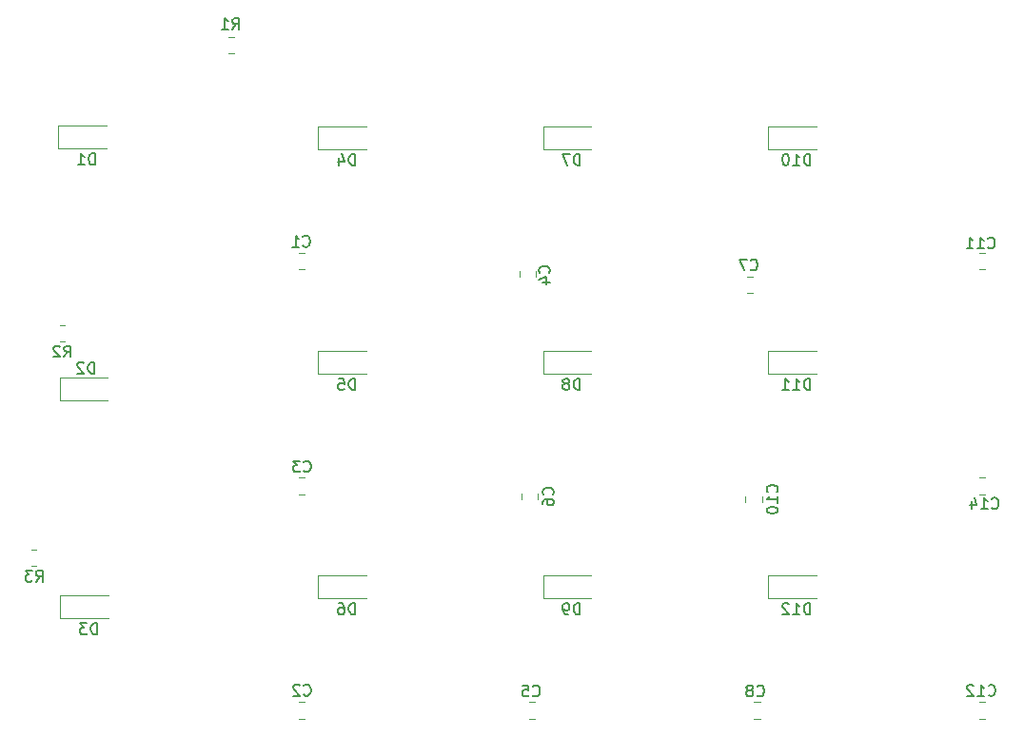
<source format=gbr>
%TF.GenerationSoftware,KiCad,Pcbnew,(6.0.0)*%
%TF.CreationDate,2022-04-21T22:47:23+02:00*%
%TF.ProjectId,keyboard_v1.0,6b657962-6f61-4726-945f-76312e302e6b,rev?*%
%TF.SameCoordinates,Original*%
%TF.FileFunction,Legend,Bot*%
%TF.FilePolarity,Positive*%
%FSLAX46Y46*%
G04 Gerber Fmt 4.6, Leading zero omitted, Abs format (unit mm)*
G04 Created by KiCad (PCBNEW (6.0.0)) date 2022-04-21 22:47:23*
%MOMM*%
%LPD*%
G01*
G04 APERTURE LIST*
%ADD10C,0.150000*%
%ADD11C,0.120000*%
G04 APERTURE END LIST*
D10*
%TO.C,C1*%
X66101666Y-82120142D02*
X66149285Y-82167761D01*
X66292142Y-82215380D01*
X66387380Y-82215380D01*
X66530238Y-82167761D01*
X66625476Y-82072523D01*
X66673095Y-81977285D01*
X66720714Y-81786809D01*
X66720714Y-81643952D01*
X66673095Y-81453476D01*
X66625476Y-81358238D01*
X66530238Y-81263000D01*
X66387380Y-81215380D01*
X66292142Y-81215380D01*
X66149285Y-81263000D01*
X66101666Y-81310619D01*
X65149285Y-82215380D02*
X65720714Y-82215380D01*
X65435000Y-82215380D02*
X65435000Y-81215380D01*
X65530238Y-81358238D01*
X65625476Y-81453476D01*
X65720714Y-81501095D01*
%TO.C,C11*%
X127031357Y-82284142D02*
X127078976Y-82331761D01*
X127221833Y-82379380D01*
X127317071Y-82379380D01*
X127459928Y-82331761D01*
X127555166Y-82236523D01*
X127602785Y-82141285D01*
X127650404Y-81950809D01*
X127650404Y-81807952D01*
X127602785Y-81617476D01*
X127555166Y-81522238D01*
X127459928Y-81427000D01*
X127317071Y-81379380D01*
X127221833Y-81379380D01*
X127078976Y-81427000D01*
X127031357Y-81474619D01*
X126078976Y-82379380D02*
X126650404Y-82379380D01*
X126364690Y-82379380D02*
X126364690Y-81379380D01*
X126459928Y-81522238D01*
X126555166Y-81617476D01*
X126650404Y-81665095D01*
X125126595Y-82379380D02*
X125698023Y-82379380D01*
X125412309Y-82379380D02*
X125412309Y-81379380D01*
X125507547Y-81522238D01*
X125602785Y-81617476D01*
X125698023Y-81665095D01*
%TO.C,D11*%
X111214285Y-94952380D02*
X111214285Y-93952380D01*
X110976190Y-93952380D01*
X110833333Y-94000000D01*
X110738095Y-94095238D01*
X110690476Y-94190476D01*
X110642857Y-94380952D01*
X110642857Y-94523809D01*
X110690476Y-94714285D01*
X110738095Y-94809523D01*
X110833333Y-94904761D01*
X110976190Y-94952380D01*
X111214285Y-94952380D01*
X109690476Y-94952380D02*
X110261904Y-94952380D01*
X109976190Y-94952380D02*
X109976190Y-93952380D01*
X110071428Y-94095238D01*
X110166666Y-94190476D01*
X110261904Y-94238095D01*
X108738095Y-94952380D02*
X109309523Y-94952380D01*
X109023809Y-94952380D02*
X109023809Y-93952380D01*
X109119047Y-94095238D01*
X109214285Y-94190476D01*
X109309523Y-94238095D01*
%TO.C,C7*%
X105900666Y-84228142D02*
X105948285Y-84275761D01*
X106091142Y-84323380D01*
X106186380Y-84323380D01*
X106329238Y-84275761D01*
X106424476Y-84180523D01*
X106472095Y-84085285D01*
X106519714Y-83894809D01*
X106519714Y-83751952D01*
X106472095Y-83561476D01*
X106424476Y-83466238D01*
X106329238Y-83371000D01*
X106186380Y-83323380D01*
X106091142Y-83323380D01*
X105948285Y-83371000D01*
X105900666Y-83418619D01*
X105567333Y-83323380D02*
X104900666Y-83323380D01*
X105329238Y-84323380D01*
%TO.C,C3*%
X66166666Y-102177142D02*
X66214285Y-102224761D01*
X66357142Y-102272380D01*
X66452380Y-102272380D01*
X66595238Y-102224761D01*
X66690476Y-102129523D01*
X66738095Y-102034285D01*
X66785714Y-101843809D01*
X66785714Y-101700952D01*
X66738095Y-101510476D01*
X66690476Y-101415238D01*
X66595238Y-101320000D01*
X66452380Y-101272380D01*
X66357142Y-101272380D01*
X66214285Y-101320000D01*
X66166666Y-101367619D01*
X65833333Y-101272380D02*
X65214285Y-101272380D01*
X65547619Y-101653333D01*
X65404761Y-101653333D01*
X65309523Y-101700952D01*
X65261904Y-101748571D01*
X65214285Y-101843809D01*
X65214285Y-102081904D01*
X65261904Y-102177142D01*
X65309523Y-102224761D01*
X65404761Y-102272380D01*
X65690476Y-102272380D01*
X65785714Y-102224761D01*
X65833333Y-102177142D01*
%TO.C,D2*%
X47537095Y-93489380D02*
X47537095Y-92489380D01*
X47299000Y-92489380D01*
X47156142Y-92537000D01*
X47060904Y-92632238D01*
X47013285Y-92727476D01*
X46965666Y-92917952D01*
X46965666Y-93060809D01*
X47013285Y-93251285D01*
X47060904Y-93346523D01*
X47156142Y-93441761D01*
X47299000Y-93489380D01*
X47537095Y-93489380D01*
X46584714Y-92584619D02*
X46537095Y-92537000D01*
X46441857Y-92489380D01*
X46203761Y-92489380D01*
X46108523Y-92537000D01*
X46060904Y-92584619D01*
X46013285Y-92679857D01*
X46013285Y-92775095D01*
X46060904Y-92917952D01*
X46632333Y-93489380D01*
X46013285Y-93489380D01*
%TO.C,D8*%
X90738095Y-94952380D02*
X90738095Y-93952380D01*
X90500000Y-93952380D01*
X90357142Y-94000000D01*
X90261904Y-94095238D01*
X90214285Y-94190476D01*
X90166666Y-94380952D01*
X90166666Y-94523809D01*
X90214285Y-94714285D01*
X90261904Y-94809523D01*
X90357142Y-94904761D01*
X90500000Y-94952380D01*
X90738095Y-94952380D01*
X89595238Y-94380952D02*
X89690476Y-94333333D01*
X89738095Y-94285714D01*
X89785714Y-94190476D01*
X89785714Y-94142857D01*
X89738095Y-94047619D01*
X89690476Y-94000000D01*
X89595238Y-93952380D01*
X89404761Y-93952380D01*
X89309523Y-94000000D01*
X89261904Y-94047619D01*
X89214285Y-94142857D01*
X89214285Y-94190476D01*
X89261904Y-94285714D01*
X89309523Y-94333333D01*
X89404761Y-94380952D01*
X89595238Y-94380952D01*
X89690476Y-94428571D01*
X89738095Y-94476190D01*
X89785714Y-94571428D01*
X89785714Y-94761904D01*
X89738095Y-94857142D01*
X89690476Y-94904761D01*
X89595238Y-94952380D01*
X89404761Y-94952380D01*
X89309523Y-94904761D01*
X89261904Y-94857142D01*
X89214285Y-94761904D01*
X89214285Y-94571428D01*
X89261904Y-94476190D01*
X89309523Y-94428571D01*
X89404761Y-94380952D01*
%TO.C,D7*%
X90738095Y-74952380D02*
X90738095Y-73952380D01*
X90500000Y-73952380D01*
X90357142Y-74000000D01*
X90261904Y-74095238D01*
X90214285Y-74190476D01*
X90166666Y-74380952D01*
X90166666Y-74523809D01*
X90214285Y-74714285D01*
X90261904Y-74809523D01*
X90357142Y-74904761D01*
X90500000Y-74952380D01*
X90738095Y-74952380D01*
X89833333Y-73952380D02*
X89166666Y-73952380D01*
X89595238Y-74952380D01*
%TO.C,C10*%
X108249142Y-104050142D02*
X108296761Y-104002523D01*
X108344380Y-103859666D01*
X108344380Y-103764428D01*
X108296761Y-103621571D01*
X108201523Y-103526333D01*
X108106285Y-103478714D01*
X107915809Y-103431095D01*
X107772952Y-103431095D01*
X107582476Y-103478714D01*
X107487238Y-103526333D01*
X107392000Y-103621571D01*
X107344380Y-103764428D01*
X107344380Y-103859666D01*
X107392000Y-104002523D01*
X107439619Y-104050142D01*
X108344380Y-105002523D02*
X108344380Y-104431095D01*
X108344380Y-104716809D02*
X107344380Y-104716809D01*
X107487238Y-104621571D01*
X107582476Y-104526333D01*
X107630095Y-104431095D01*
X107344380Y-105621571D02*
X107344380Y-105716809D01*
X107392000Y-105812047D01*
X107439619Y-105859666D01*
X107534857Y-105907285D01*
X107725333Y-105954904D01*
X107963428Y-105954904D01*
X108153904Y-105907285D01*
X108249142Y-105859666D01*
X108296761Y-105812047D01*
X108344380Y-105716809D01*
X108344380Y-105621571D01*
X108296761Y-105526333D01*
X108249142Y-105478714D01*
X108153904Y-105431095D01*
X107963428Y-105383476D01*
X107725333Y-105383476D01*
X107534857Y-105431095D01*
X107439619Y-105478714D01*
X107392000Y-105526333D01*
X107344380Y-105621571D01*
%TO.C,D4*%
X70738095Y-74952380D02*
X70738095Y-73952380D01*
X70500000Y-73952380D01*
X70357142Y-74000000D01*
X70261904Y-74095238D01*
X70214285Y-74190476D01*
X70166666Y-74380952D01*
X70166666Y-74523809D01*
X70214285Y-74714285D01*
X70261904Y-74809523D01*
X70357142Y-74904761D01*
X70500000Y-74952380D01*
X70738095Y-74952380D01*
X69309523Y-74285714D02*
X69309523Y-74952380D01*
X69547619Y-73904761D02*
X69785714Y-74619047D01*
X69166666Y-74619047D01*
%TO.C,D5*%
X70738095Y-94952380D02*
X70738095Y-93952380D01*
X70500000Y-93952380D01*
X70357142Y-94000000D01*
X70261904Y-94095238D01*
X70214285Y-94190476D01*
X70166666Y-94380952D01*
X70166666Y-94523809D01*
X70214285Y-94714285D01*
X70261904Y-94809523D01*
X70357142Y-94904761D01*
X70500000Y-94952380D01*
X70738095Y-94952380D01*
X69261904Y-93952380D02*
X69738095Y-93952380D01*
X69785714Y-94428571D01*
X69738095Y-94380952D01*
X69642857Y-94333333D01*
X69404761Y-94333333D01*
X69309523Y-94380952D01*
X69261904Y-94428571D01*
X69214285Y-94523809D01*
X69214285Y-94761904D01*
X69261904Y-94857142D01*
X69309523Y-94904761D01*
X69404761Y-94952380D01*
X69642857Y-94952380D01*
X69738095Y-94904761D01*
X69785714Y-94857142D01*
%TO.C,D6*%
X70738095Y-114952380D02*
X70738095Y-113952380D01*
X70500000Y-113952380D01*
X70357142Y-114000000D01*
X70261904Y-114095238D01*
X70214285Y-114190476D01*
X70166666Y-114380952D01*
X70166666Y-114523809D01*
X70214285Y-114714285D01*
X70261904Y-114809523D01*
X70357142Y-114904761D01*
X70500000Y-114952380D01*
X70738095Y-114952380D01*
X69309523Y-113952380D02*
X69500000Y-113952380D01*
X69595238Y-114000000D01*
X69642857Y-114047619D01*
X69738095Y-114190476D01*
X69785714Y-114380952D01*
X69785714Y-114761904D01*
X69738095Y-114857142D01*
X69690476Y-114904761D01*
X69595238Y-114952380D01*
X69404761Y-114952380D01*
X69309523Y-114904761D01*
X69261904Y-114857142D01*
X69214285Y-114761904D01*
X69214285Y-114523809D01*
X69261904Y-114428571D01*
X69309523Y-114380952D01*
X69404761Y-114333333D01*
X69595238Y-114333333D01*
X69690476Y-114380952D01*
X69738095Y-114428571D01*
X69785714Y-114523809D01*
%TO.C,R1*%
X59829666Y-62847380D02*
X60163000Y-62371190D01*
X60401095Y-62847380D02*
X60401095Y-61847380D01*
X60020142Y-61847380D01*
X59924904Y-61895000D01*
X59877285Y-61942619D01*
X59829666Y-62037857D01*
X59829666Y-62180714D01*
X59877285Y-62275952D01*
X59924904Y-62323571D01*
X60020142Y-62371190D01*
X60401095Y-62371190D01*
X58877285Y-62847380D02*
X59448714Y-62847380D01*
X59163000Y-62847380D02*
X59163000Y-61847380D01*
X59258238Y-61990238D01*
X59353476Y-62085476D01*
X59448714Y-62133095D01*
%TO.C,C2*%
X66166666Y-122087142D02*
X66214285Y-122134761D01*
X66357142Y-122182380D01*
X66452380Y-122182380D01*
X66595238Y-122134761D01*
X66690476Y-122039523D01*
X66738095Y-121944285D01*
X66785714Y-121753809D01*
X66785714Y-121610952D01*
X66738095Y-121420476D01*
X66690476Y-121325238D01*
X66595238Y-121230000D01*
X66452380Y-121182380D01*
X66357142Y-121182380D01*
X66214285Y-121230000D01*
X66166666Y-121277619D01*
X65785714Y-121277619D02*
X65738095Y-121230000D01*
X65642857Y-121182380D01*
X65404761Y-121182380D01*
X65309523Y-121230000D01*
X65261904Y-121277619D01*
X65214285Y-121372857D01*
X65214285Y-121468095D01*
X65261904Y-121610952D01*
X65833333Y-122182380D01*
X65214285Y-122182380D01*
%TO.C,C5*%
X86535666Y-122152142D02*
X86583285Y-122199761D01*
X86726142Y-122247380D01*
X86821380Y-122247380D01*
X86964238Y-122199761D01*
X87059476Y-122104523D01*
X87107095Y-122009285D01*
X87154714Y-121818809D01*
X87154714Y-121675952D01*
X87107095Y-121485476D01*
X87059476Y-121390238D01*
X86964238Y-121295000D01*
X86821380Y-121247380D01*
X86726142Y-121247380D01*
X86583285Y-121295000D01*
X86535666Y-121342619D01*
X85630904Y-121247380D02*
X86107095Y-121247380D01*
X86154714Y-121723571D01*
X86107095Y-121675952D01*
X86011857Y-121628333D01*
X85773761Y-121628333D01*
X85678523Y-121675952D01*
X85630904Y-121723571D01*
X85583285Y-121818809D01*
X85583285Y-122056904D01*
X85630904Y-122152142D01*
X85678523Y-122199761D01*
X85773761Y-122247380D01*
X86011857Y-122247380D01*
X86107095Y-122199761D01*
X86154714Y-122152142D01*
%TO.C,D12*%
X111214285Y-114952380D02*
X111214285Y-113952380D01*
X110976190Y-113952380D01*
X110833333Y-114000000D01*
X110738095Y-114095238D01*
X110690476Y-114190476D01*
X110642857Y-114380952D01*
X110642857Y-114523809D01*
X110690476Y-114714285D01*
X110738095Y-114809523D01*
X110833333Y-114904761D01*
X110976190Y-114952380D01*
X111214285Y-114952380D01*
X109690476Y-114952380D02*
X110261904Y-114952380D01*
X109976190Y-114952380D02*
X109976190Y-113952380D01*
X110071428Y-114095238D01*
X110166666Y-114190476D01*
X110261904Y-114238095D01*
X109309523Y-114047619D02*
X109261904Y-114000000D01*
X109166666Y-113952380D01*
X108928571Y-113952380D01*
X108833333Y-114000000D01*
X108785714Y-114047619D01*
X108738095Y-114142857D01*
X108738095Y-114238095D01*
X108785714Y-114380952D01*
X109357142Y-114952380D01*
X108738095Y-114952380D01*
%TO.C,C14*%
X127368857Y-105460142D02*
X127416476Y-105507761D01*
X127559333Y-105555380D01*
X127654571Y-105555380D01*
X127797428Y-105507761D01*
X127892666Y-105412523D01*
X127940285Y-105317285D01*
X127987904Y-105126809D01*
X127987904Y-104983952D01*
X127940285Y-104793476D01*
X127892666Y-104698238D01*
X127797428Y-104603000D01*
X127654571Y-104555380D01*
X127559333Y-104555380D01*
X127416476Y-104603000D01*
X127368857Y-104650619D01*
X126416476Y-105555380D02*
X126987904Y-105555380D01*
X126702190Y-105555380D02*
X126702190Y-104555380D01*
X126797428Y-104698238D01*
X126892666Y-104793476D01*
X126987904Y-104841095D01*
X125559333Y-104888714D02*
X125559333Y-105555380D01*
X125797428Y-104507761D02*
X126035523Y-105222047D01*
X125416476Y-105222047D01*
%TO.C,D9*%
X90738095Y-114952380D02*
X90738095Y-113952380D01*
X90500000Y-113952380D01*
X90357142Y-114000000D01*
X90261904Y-114095238D01*
X90214285Y-114190476D01*
X90166666Y-114380952D01*
X90166666Y-114523809D01*
X90214285Y-114714285D01*
X90261904Y-114809523D01*
X90357142Y-114904761D01*
X90500000Y-114952380D01*
X90738095Y-114952380D01*
X89690476Y-114952380D02*
X89500000Y-114952380D01*
X89404761Y-114904761D01*
X89357142Y-114857142D01*
X89261904Y-114714285D01*
X89214285Y-114523809D01*
X89214285Y-114142857D01*
X89261904Y-114047619D01*
X89309523Y-114000000D01*
X89404761Y-113952380D01*
X89595238Y-113952380D01*
X89690476Y-114000000D01*
X89738095Y-114047619D01*
X89785714Y-114142857D01*
X89785714Y-114380952D01*
X89738095Y-114476190D01*
X89690476Y-114523809D01*
X89595238Y-114571428D01*
X89404761Y-114571428D01*
X89309523Y-114523809D01*
X89261904Y-114476190D01*
X89214285Y-114380952D01*
%TO.C,C8*%
X106502666Y-122152142D02*
X106550285Y-122199761D01*
X106693142Y-122247380D01*
X106788380Y-122247380D01*
X106931238Y-122199761D01*
X107026476Y-122104523D01*
X107074095Y-122009285D01*
X107121714Y-121818809D01*
X107121714Y-121675952D01*
X107074095Y-121485476D01*
X107026476Y-121390238D01*
X106931238Y-121295000D01*
X106788380Y-121247380D01*
X106693142Y-121247380D01*
X106550285Y-121295000D01*
X106502666Y-121342619D01*
X105931238Y-121675952D02*
X106026476Y-121628333D01*
X106074095Y-121580714D01*
X106121714Y-121485476D01*
X106121714Y-121437857D01*
X106074095Y-121342619D01*
X106026476Y-121295000D01*
X105931238Y-121247380D01*
X105740761Y-121247380D01*
X105645523Y-121295000D01*
X105597904Y-121342619D01*
X105550285Y-121437857D01*
X105550285Y-121485476D01*
X105597904Y-121580714D01*
X105645523Y-121628333D01*
X105740761Y-121675952D01*
X105931238Y-121675952D01*
X106026476Y-121723571D01*
X106074095Y-121771190D01*
X106121714Y-121866428D01*
X106121714Y-122056904D01*
X106074095Y-122152142D01*
X106026476Y-122199761D01*
X105931238Y-122247380D01*
X105740761Y-122247380D01*
X105645523Y-122199761D01*
X105597904Y-122152142D01*
X105550285Y-122056904D01*
X105550285Y-121866428D01*
X105597904Y-121771190D01*
X105645523Y-121723571D01*
X105740761Y-121675952D01*
%TO.C,C12*%
X127076857Y-122119142D02*
X127124476Y-122166761D01*
X127267333Y-122214380D01*
X127362571Y-122214380D01*
X127505428Y-122166761D01*
X127600666Y-122071523D01*
X127648285Y-121976285D01*
X127695904Y-121785809D01*
X127695904Y-121642952D01*
X127648285Y-121452476D01*
X127600666Y-121357238D01*
X127505428Y-121262000D01*
X127362571Y-121214380D01*
X127267333Y-121214380D01*
X127124476Y-121262000D01*
X127076857Y-121309619D01*
X126124476Y-122214380D02*
X126695904Y-122214380D01*
X126410190Y-122214380D02*
X126410190Y-121214380D01*
X126505428Y-121357238D01*
X126600666Y-121452476D01*
X126695904Y-121500095D01*
X125743523Y-121309619D02*
X125695904Y-121262000D01*
X125600666Y-121214380D01*
X125362571Y-121214380D01*
X125267333Y-121262000D01*
X125219714Y-121309619D01*
X125172095Y-121404857D01*
X125172095Y-121500095D01*
X125219714Y-121642952D01*
X125791142Y-122214380D01*
X125172095Y-122214380D01*
%TO.C,D3*%
X47788095Y-116731380D02*
X47788095Y-115731380D01*
X47550000Y-115731380D01*
X47407142Y-115779000D01*
X47311904Y-115874238D01*
X47264285Y-115969476D01*
X47216666Y-116159952D01*
X47216666Y-116302809D01*
X47264285Y-116493285D01*
X47311904Y-116588523D01*
X47407142Y-116683761D01*
X47550000Y-116731380D01*
X47788095Y-116731380D01*
X46883333Y-115731380D02*
X46264285Y-115731380D01*
X46597619Y-116112333D01*
X46454761Y-116112333D01*
X46359523Y-116159952D01*
X46311904Y-116207571D01*
X46264285Y-116302809D01*
X46264285Y-116540904D01*
X46311904Y-116636142D01*
X46359523Y-116683761D01*
X46454761Y-116731380D01*
X46740476Y-116731380D01*
X46835714Y-116683761D01*
X46883333Y-116636142D01*
%TO.C,C4*%
X87973142Y-84541333D02*
X88020761Y-84493714D01*
X88068380Y-84350857D01*
X88068380Y-84255619D01*
X88020761Y-84112761D01*
X87925523Y-84017523D01*
X87830285Y-83969904D01*
X87639809Y-83922285D01*
X87496952Y-83922285D01*
X87306476Y-83969904D01*
X87211238Y-84017523D01*
X87116000Y-84112761D01*
X87068380Y-84255619D01*
X87068380Y-84350857D01*
X87116000Y-84493714D01*
X87163619Y-84541333D01*
X87401714Y-85398476D02*
X88068380Y-85398476D01*
X87020761Y-85160380D02*
X87735047Y-84922285D01*
X87735047Y-85541333D01*
%TO.C,C6*%
X88319142Y-104285333D02*
X88366761Y-104237714D01*
X88414380Y-104094857D01*
X88414380Y-103999619D01*
X88366761Y-103856761D01*
X88271523Y-103761523D01*
X88176285Y-103713904D01*
X87985809Y-103666285D01*
X87842952Y-103666285D01*
X87652476Y-103713904D01*
X87557238Y-103761523D01*
X87462000Y-103856761D01*
X87414380Y-103999619D01*
X87414380Y-104094857D01*
X87462000Y-104237714D01*
X87509619Y-104285333D01*
X87414380Y-105142476D02*
X87414380Y-104952000D01*
X87462000Y-104856761D01*
X87509619Y-104809142D01*
X87652476Y-104713904D01*
X87842952Y-104666285D01*
X88223904Y-104666285D01*
X88319142Y-104713904D01*
X88366761Y-104761523D01*
X88414380Y-104856761D01*
X88414380Y-105047238D01*
X88366761Y-105142476D01*
X88319142Y-105190095D01*
X88223904Y-105237714D01*
X87985809Y-105237714D01*
X87890571Y-105190095D01*
X87842952Y-105142476D01*
X87795333Y-105047238D01*
X87795333Y-104856761D01*
X87842952Y-104761523D01*
X87890571Y-104713904D01*
X87985809Y-104666285D01*
%TO.C,D10*%
X111214285Y-74952380D02*
X111214285Y-73952380D01*
X110976190Y-73952380D01*
X110833333Y-74000000D01*
X110738095Y-74095238D01*
X110690476Y-74190476D01*
X110642857Y-74380952D01*
X110642857Y-74523809D01*
X110690476Y-74714285D01*
X110738095Y-74809523D01*
X110833333Y-74904761D01*
X110976190Y-74952380D01*
X111214285Y-74952380D01*
X109690476Y-74952380D02*
X110261904Y-74952380D01*
X109976190Y-74952380D02*
X109976190Y-73952380D01*
X110071428Y-74095238D01*
X110166666Y-74190476D01*
X110261904Y-74238095D01*
X109071428Y-73952380D02*
X108976190Y-73952380D01*
X108880952Y-74000000D01*
X108833333Y-74047619D01*
X108785714Y-74142857D01*
X108738095Y-74333333D01*
X108738095Y-74571428D01*
X108785714Y-74761904D01*
X108833333Y-74857142D01*
X108880952Y-74904761D01*
X108976190Y-74952380D01*
X109071428Y-74952380D01*
X109166666Y-74904761D01*
X109214285Y-74857142D01*
X109261904Y-74761904D01*
X109309523Y-74571428D01*
X109309523Y-74333333D01*
X109261904Y-74142857D01*
X109214285Y-74047619D01*
X109166666Y-74000000D01*
X109071428Y-73952380D01*
%TO.C,D1*%
X47596095Y-74906380D02*
X47596095Y-73906380D01*
X47358000Y-73906380D01*
X47215142Y-73954000D01*
X47119904Y-74049238D01*
X47072285Y-74144476D01*
X47024666Y-74334952D01*
X47024666Y-74477809D01*
X47072285Y-74668285D01*
X47119904Y-74763523D01*
X47215142Y-74858761D01*
X47358000Y-74906380D01*
X47596095Y-74906380D01*
X46072285Y-74906380D02*
X46643714Y-74906380D01*
X46358000Y-74906380D02*
X46358000Y-73906380D01*
X46453238Y-74049238D01*
X46548476Y-74144476D01*
X46643714Y-74192095D01*
%TO.C,R3*%
X42337666Y-112017380D02*
X42671000Y-111541190D01*
X42909095Y-112017380D02*
X42909095Y-111017380D01*
X42528142Y-111017380D01*
X42432904Y-111065000D01*
X42385285Y-111112619D01*
X42337666Y-111207857D01*
X42337666Y-111350714D01*
X42385285Y-111445952D01*
X42432904Y-111493571D01*
X42528142Y-111541190D01*
X42909095Y-111541190D01*
X42004333Y-111017380D02*
X41385285Y-111017380D01*
X41718619Y-111398333D01*
X41575761Y-111398333D01*
X41480523Y-111445952D01*
X41432904Y-111493571D01*
X41385285Y-111588809D01*
X41385285Y-111826904D01*
X41432904Y-111922142D01*
X41480523Y-111969761D01*
X41575761Y-112017380D01*
X41861476Y-112017380D01*
X41956714Y-111969761D01*
X42004333Y-111922142D01*
%TO.C,R2*%
X44846666Y-92022380D02*
X45180000Y-91546190D01*
X45418095Y-92022380D02*
X45418095Y-91022380D01*
X45037142Y-91022380D01*
X44941904Y-91070000D01*
X44894285Y-91117619D01*
X44846666Y-91212857D01*
X44846666Y-91355714D01*
X44894285Y-91450952D01*
X44941904Y-91498571D01*
X45037142Y-91546190D01*
X45418095Y-91546190D01*
X44465714Y-91117619D02*
X44418095Y-91070000D01*
X44322857Y-91022380D01*
X44084761Y-91022380D01*
X43989523Y-91070000D01*
X43941904Y-91117619D01*
X43894285Y-91212857D01*
X43894285Y-91308095D01*
X43941904Y-91450952D01*
X44513333Y-92022380D01*
X43894285Y-92022380D01*
D11*
%TO.C,C1*%
X65738748Y-84235000D02*
X66261252Y-84235000D01*
X65738748Y-82765000D02*
X66261252Y-82765000D01*
%TO.C,C11*%
X126238748Y-84235000D02*
X126761252Y-84235000D01*
X126238748Y-82765000D02*
X126761252Y-82765000D01*
%TO.C,D11*%
X111750000Y-93500000D02*
X107450000Y-93500000D01*
X107450000Y-93500000D02*
X107450000Y-91500000D01*
X107450000Y-91500000D02*
X111750000Y-91500000D01*
%TO.C,C7*%
X105603748Y-86333000D02*
X106126252Y-86333000D01*
X105603748Y-84863000D02*
X106126252Y-84863000D01*
%TO.C,C3*%
X66261252Y-104235000D02*
X65738748Y-104235000D01*
X66261252Y-102765000D02*
X65738748Y-102765000D01*
%TO.C,D2*%
X44439000Y-93886000D02*
X48739000Y-93886000D01*
X48739000Y-95886000D02*
X44439000Y-95886000D01*
X44439000Y-95886000D02*
X44439000Y-93886000D01*
%TO.C,D8*%
X87450000Y-93500000D02*
X87450000Y-91500000D01*
X87450000Y-91500000D02*
X91750000Y-91500000D01*
X91750000Y-93500000D02*
X87450000Y-93500000D01*
%TO.C,D7*%
X91750000Y-73500000D02*
X87450000Y-73500000D01*
X87450000Y-71500000D02*
X91750000Y-71500000D01*
X87450000Y-73500000D02*
X87450000Y-71500000D01*
%TO.C,C10*%
X105477000Y-104954252D02*
X105477000Y-104431748D01*
X106947000Y-104954252D02*
X106947000Y-104431748D01*
%TO.C,D4*%
X67450000Y-71500000D02*
X71750000Y-71500000D01*
X67450000Y-73500000D02*
X67450000Y-71500000D01*
X71750000Y-73500000D02*
X67450000Y-73500000D01*
%TO.C,D5*%
X67450000Y-91500000D02*
X71750000Y-91500000D01*
X67450000Y-93500000D02*
X67450000Y-91500000D01*
X71750000Y-93500000D02*
X67450000Y-93500000D01*
%TO.C,D6*%
X67450000Y-113500000D02*
X67450000Y-111500000D01*
X67450000Y-111500000D02*
X71750000Y-111500000D01*
X71750000Y-113500000D02*
X67450000Y-113500000D01*
%TO.C,R1*%
X59493936Y-63526000D02*
X59948064Y-63526000D01*
X59493936Y-64996000D02*
X59948064Y-64996000D01*
%TO.C,C2*%
X65738748Y-124235000D02*
X66261252Y-124235000D01*
X65738748Y-122765000D02*
X66261252Y-122765000D01*
%TO.C,C5*%
X86238748Y-122765000D02*
X86761252Y-122765000D01*
X86238748Y-124235000D02*
X86761252Y-124235000D01*
%TO.C,D12*%
X111750000Y-113500000D02*
X107450000Y-113500000D01*
X107450000Y-111500000D02*
X111750000Y-111500000D01*
X107450000Y-113500000D02*
X107450000Y-111500000D01*
%TO.C,C14*%
X126761252Y-104235000D02*
X126238748Y-104235000D01*
X126761252Y-102765000D02*
X126238748Y-102765000D01*
%TO.C,D9*%
X87450000Y-111500000D02*
X91750000Y-111500000D01*
X87450000Y-113500000D02*
X87450000Y-111500000D01*
X91750000Y-113500000D02*
X87450000Y-113500000D01*
%TO.C,C8*%
X106238748Y-124235000D02*
X106761252Y-124235000D01*
X106238748Y-122765000D02*
X106761252Y-122765000D01*
%TO.C,C12*%
X126238748Y-124235000D02*
X126761252Y-124235000D01*
X126238748Y-122765000D02*
X126761252Y-122765000D01*
%TO.C,D3*%
X44500000Y-113279000D02*
X48800000Y-113279000D01*
X48800000Y-115279000D02*
X44500000Y-115279000D01*
X44500000Y-115279000D02*
X44500000Y-113279000D01*
%TO.C,C4*%
X85341000Y-84393748D02*
X85341000Y-84916252D01*
X86811000Y-84393748D02*
X86811000Y-84916252D01*
%TO.C,C6*%
X87017000Y-104713252D02*
X87017000Y-104190748D01*
X85547000Y-104713252D02*
X85547000Y-104190748D01*
%TO.C,D10*%
X107450000Y-71500000D02*
X111750000Y-71500000D01*
X107450000Y-73500000D02*
X107450000Y-71500000D01*
X111750000Y-73500000D02*
X107450000Y-73500000D01*
%TO.C,D1*%
X44308000Y-73454000D02*
X44308000Y-71454000D01*
X44308000Y-71454000D02*
X48608000Y-71454000D01*
X48608000Y-73454000D02*
X44308000Y-73454000D01*
%TO.C,R3*%
X41943936Y-109180000D02*
X42398064Y-109180000D01*
X41943936Y-110650000D02*
X42398064Y-110650000D01*
%TO.C,R2*%
X44452936Y-89185000D02*
X44907064Y-89185000D01*
X44452936Y-90655000D02*
X44907064Y-90655000D01*
%TD*%
M02*

</source>
